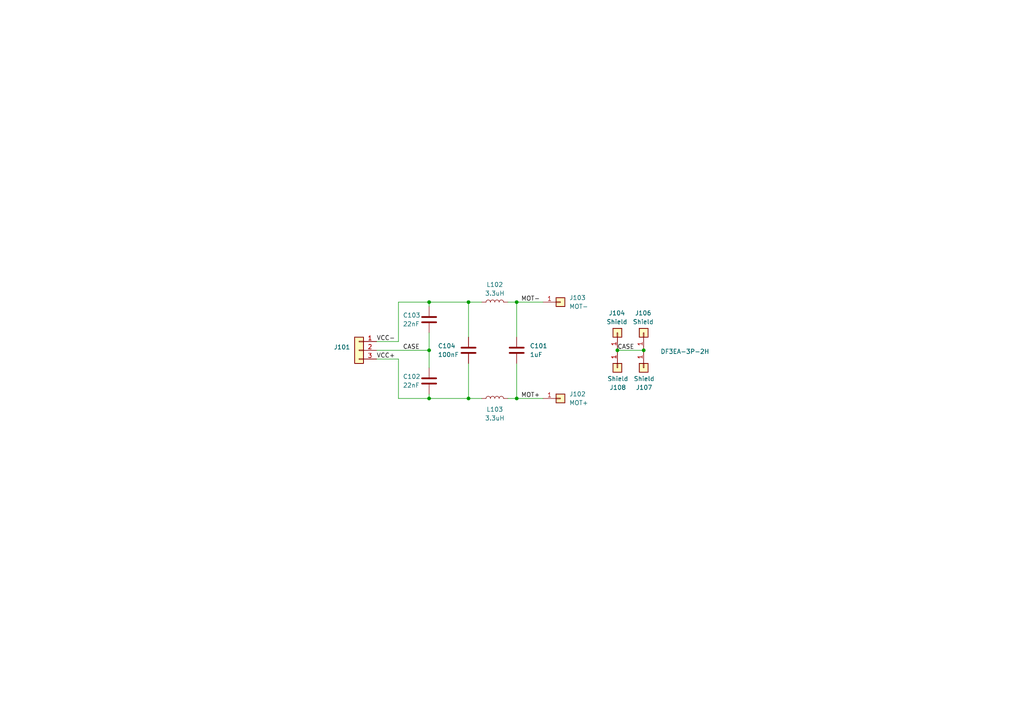
<source format=kicad_sch>
(kicad_sch (version 20250114) (generator "eeschema") (generator_version "9.0")
  (paper "A4")
  (title_block (title "shield-peristaltic") (date "2024-12-03") (rev "${REVISION}") (company "${COMPANY}"))
  (lib_symbols
    (symbol "Connector_Generic:Conn_01x01" (pin_names (offset 1.016) (hide yes))
      (property "Reference" "J" (at 0 2.54 0))
      (property "Value" "Conn_01x01" (at 0 -2.54 0))
      (symbol "Conn_01x01_1_1"
        (rectangle (start -1.27 1.27) (end 1.27 -1.27) (stroke (width 0.254)) (fill (type background)))
        (rectangle (start -1.27 0.127) (end 0 -0.127) (stroke (width 0.1524)))
        (pin passive line (at -5.08 0 0) (length 3.81) (name "Pin_1") (number "1"))
      )
    )
    (symbol "Connector_Generic:Conn_01x03" (pin_names (offset 1.016) (hide yes))
      (property "Reference" "J" (at 0 5.08 0))
      (property "Value" "Conn_01x03" (at 0 -5.08 0))
      (symbol "Conn_01x03_1_1"
        (rectangle (start -1.27 3.81) (end 1.27 -3.81) (stroke (width 0.254)) (fill (type background)))
        (rectangle (start -1.27 2.667) (end 0 2.413) (stroke (width 0.1524)))
        (rectangle (start -1.27 0.127) (end 0 -0.127) (stroke (width 0.1524)))
        (rectangle (start -1.27 -2.413) (end 0 -2.667) (stroke (width 0.1524)))
        (pin passive line (at -5.08 2.54 0) (length 3.81) (name "Pin_1") (number "1"))
        (pin passive line (at -5.08 0 0) (length 3.81) (name "Pin_2") (number "2"))
        (pin passive line (at -5.08 -2.54 0) (length 3.81) (name "Pin_3") (number "3"))
      )
    )
    (symbol "Device:C" (pin_numbers (hide yes)) (pin_names (offset 0.254))
      (property "Reference" "C" (at 0.635 2.54 0))
      (property "Value" "C" (at 0.635 -2.54 0))
      (symbol "C_0_1"
        (polyline (pts (xy -2.032 0.762) (xy 2.032 0.762)) (stroke (width 0.508)))
        (polyline (pts (xy -2.032 -0.762) (xy 2.032 -0.762)) (stroke (width 0.508)))
      )
      (symbol "C_1_1"
        (pin passive line (at 0 3.81 270) (length 2.794) (name "~") (number "1"))
        (pin passive line (at 0 -3.81 90) (length 2.794) (name "~") (number "2"))
      )
    )
    (symbol "Device:L" (pin_numbers (hide yes)) (pin_names (offset 1.016) (hide yes))
      (property "Reference" "L" (at -1.27 0 90))
      (property "Value" "L" (at 1.905 0 90))
      (symbol "L_0_1"
        (arc (start 0 2.54) (mid 0.6323 1.905) (end 0 1.27))
        (arc (start 0 1.27) (mid 0.6323 0.635) (end 0 0))
        (arc (start 0 0) (mid 0.6323 -0.635) (end 0 -1.27))
        (arc (start 0 -1.27) (mid 0.6323 -1.905) (end 0 -2.54))
      )
      (symbol "L_1_1"
        (pin passive line (at 0 3.81 270) (length 1.27) (name "1") (number "1"))
        (pin passive line (at 0 -3.81 90) (length 1.27) (name "2") (number "2"))
      )
    )
  )
  (junction (at 135.89 87.63))
  (junction (at 124.46 87.63))
  (junction (at 135.89 115.57))
  (junction (at 186.69 101.6))
  (junction (at 149.86 87.63))
  (junction (at 124.46 115.57))
  (junction (at 124.46 101.6))
  (junction (at 149.86 115.57))
  (junction (at 179.07 101.6))
  (wire (pts (xy 149.86 87.63) (xy 157.48 87.63)))
  (wire (pts (xy 135.89 105.41) (xy 135.89 115.57)))
  (wire (pts (xy 109.22 99.06) (xy 115.57 99.06)))
  (wire (pts (xy 124.46 101.6) (xy 124.46 106.68)))
  (wire (pts (xy 147.32 87.63) (xy 149.86 87.63)))
  (wire (pts (xy 149.86 105.41) (xy 149.86 115.57)))
  (wire (pts (xy 115.57 115.57) (xy 115.57 104.14)))
  (wire (pts (xy 124.46 115.57) (xy 135.89 115.57)))
  (wire (pts (xy 179.07 101.6) (xy 186.69 101.6)))
  (wire (pts (xy 124.46 88.9) (xy 124.46 87.63)))
  (wire (pts (xy 149.86 87.63) (xy 149.86 97.79)))
  (wire (pts (xy 124.46 96.52) (xy 124.46 101.6)))
  (wire (pts (xy 147.32 115.57) (xy 149.86 115.57)))
  (wire (pts (xy 124.46 115.57) (xy 115.57 115.57)))
  (wire (pts (xy 124.46 87.63) (xy 135.89 87.63)))
  (wire (pts (xy 124.46 87.63) (xy 115.57 87.63)))
  (wire (pts (xy 115.57 87.63) (xy 115.57 99.06)))
  (wire (pts (xy 124.46 115.57) (xy 124.46 114.3)))
  (wire (pts (xy 109.22 104.14) (xy 115.57 104.14)))
  (wire (pts (xy 135.89 87.63) (xy 135.89 97.79)))
  (wire (pts (xy 135.89 87.63) (xy 139.7 87.63)))
  (wire (pts (xy 149.86 115.57) (xy 157.48 115.57)))
  (wire (pts (xy 135.89 115.57) (xy 139.7 115.57)))
  (wire (pts (xy 109.22 101.6) (xy 124.46 101.6)))
  (label "CASE" (at 179.07 101.6 0))
  (label "MOT+" (at 151.13 115.57 0))
  (label "CASE" (at 116.84 101.6 0))
  (label "VCC+" (at 109.22 104.14 0))
  (label "VCC-" (at 109.22 99.06 0))
  (label "MOT-" (at 151.13 87.63 0))
  (symbol (lib_id "Connector_Generic:Conn_01x01") (at 186.69 106.68 270) (unit 1) (in_bom no)
    (property "Reference" "J107" (at 189.23 112.395 90) (effects (justify right)))
    (property "Value" "Shield" (at 189.865 109.855 90) (effects (justify right)))
    (property "Footprint" "Pads:Motor_pad_shield" (effects (hide yes)))
    (property "Description" "Generic connector, single row, 01x01, script generated (kicad-library-utils/schlib/autogen/connector/)" (effects (hide yes)))
  )
  (symbol (lib_id "Connector_Generic:Conn_01x01") (at 179.07 106.68 270) (unit 1) (in_bom no)
    (property "Reference" "J108" (at 181.61 112.395 90) (effects (justify right)))
    (property "Value" "Shield" (at 182.245 109.855 90) (effects (justify right)))
    (property "Footprint" "Pads:Motor_pad_shield" (effects (hide yes)))
    (property "Description" "Generic connector, single row, 01x01, script generated (kicad-library-utils/schlib/autogen/connector/)" (effects (hide yes)))
  )
  (symbol (lib_id "Device:L") (at 143.51 87.63 90) (unit 1)
    (property "Reference" "L102" (at 143.51 82.55 90))
    (property "Value" "3.3uH" (at 143.51 85.09 90))
    (property "Footprint" "Inductor_SMD:L_Pulse_PA4332" (effects (hide yes)))
    (property "Description" "Inductor" (effects (hide yes)))
    (property "LCSC" "C2929417" (effects (hide yes)))
  )
  (symbol (lib_id "Device:L") (at 143.51 115.57 90) (unit 1)
    (property "Reference" "L103" (at 143.51 118.745 90))
    (property "Value" "3.3uH" (at 143.51 121.285 90))
    (property "Footprint" "Inductor_SMD:L_Pulse_PA4332" (effects (hide yes)))
    (property "Description" "Inductor" (effects (hide yes)))
    (property "LCSC" "C2929417" (effects (hide yes)))
  )
  (symbol (lib_id "Connector_Generic:Conn_01x03") (at 104.14 101.6 0) (mirror y) (unit 1)
    (property "Reference" "J101" (at 101.6 100.6855 0) (effects (justify left)))
    (property "Value" "DF3EA-3P-2H" (at 205.74 101.9555 0) (effects (justify left)))
    (property "Footprint" "TCY_connectors:Hirose_DF3A-03P-2DS_1x03_P2.00mm_Horizontal" (effects (hide yes)))
    (property "LCSC" "C531021" (effects (hide yes)))
  )
  (symbol (lib_id "Device:C") (at 149.86 101.6 0) (unit 1)
    (property "Reference" "C101" (at 153.67 100.3299 0) (effects (justify left)))
    (property "Value" "1uF" (at 153.67 102.8699 0) (effects (justify left)))
    (property "Footprint" "Capacitor_SMD:C_1206_3216Metric" (effects (hide yes)))
    (property "Description" "Unpolarized capacitor" (effects (hide yes)))
    (property "LCSC" "C1848" (effects (hide yes)))
  )
  (symbol (lib_id "Connector_Generic:Conn_01x01") (at 186.69 96.52 90) (unit 1) (in_bom no)
    (property "Reference" "J106" (at 184.15 90.805 90) (effects (justify right)))
    (property "Value" "Shield" (at 183.515 93.345 90) (effects (justify right)))
    (property "Footprint" "Pads:Motor_pad_shield" (effects (hide yes)))
    (property "Description" "Generic connector, single row, 01x01, script generated (kicad-library-utils/schlib/autogen/connector/)" (effects (hide yes)))
  )
  (symbol (lib_id "Device:C") (at 135.89 101.6 0) (unit 1)
    (property "Reference" "C104" (at 127 100.33 0) (effects (justify left)))
    (property "Value" "100nF" (at 127 102.87 0) (effects (justify left)))
    (property "Footprint" "Capacitor_SMD:C_0805_2012Metric" (effects (hide yes)))
    (property "Description" "Unpolarized capacitor" (effects (hide yes)))
    (property "LCSC" "C28233" (effects (hide yes)))
  )
  (symbol (lib_id "Connector_Generic:Conn_01x01") (at 162.56 87.63 0) (unit 1) (in_bom no)
    (property "Reference" "J103" (at 165.1 86.3599 0) (effects (justify left)))
    (property "Value" "MOT-" (at 165.1 88.8999 0) (effects (justify left)))
    (property "Footprint" "Pads:Motor_pad_peri" (effects (hide yes)))
    (property "Description" "Generic connector, single row, 01x01, script generated (kicad-library-utils/schlib/autogen/connector/)" (effects (hide yes)))
  )
  (symbol (lib_id "Connector_Generic:Conn_01x01") (at 162.56 115.57 0) (unit 1) (in_bom no)
    (property "Reference" "J102" (at 165.1 114.2999 0) (effects (justify left)))
    (property "Value" "MOT+" (at 165.1 116.8399 0) (effects (justify left)))
    (property "Footprint" "Pads:Motor_pad_peri" (effects (hide yes)))
    (property "Description" "Generic connector, single row, 01x01, script generated (kicad-library-utils/schlib/autogen/connector/)" (effects (hide yes)))
  )
  (symbol (lib_id "Device:C") (at 124.46 110.49 0) (unit 1)
    (property "Reference" "C102" (at 116.84 109.22 0) (effects (justify left)))
    (property "Value" "22nF" (at 116.84 111.76 0) (effects (justify left)))
    (property "Footprint" "Capacitor_SMD:C_0805_2012Metric" (effects (hide yes)))
    (property "Description" "Unpolarized capacitor" (effects (hide yes)))
    (property "LCSC" "C1729" (effects (hide yes)))
  )
  (symbol (lib_id "Device:C") (at 124.46 92.71 0) (unit 1)
    (property "Reference" "C103" (at 116.84 91.44 0) (effects (justify left)))
    (property "Value" "22nF" (at 116.84 93.98 0) (effects (justify left)))
    (property "Footprint" "Capacitor_SMD:C_0805_2012Metric" (effects (hide yes)))
    (property "Description" "Unpolarized capacitor" (effects (hide yes)))
    (property "LCSC" "C1729" (effects (hide yes)))
  )
  (symbol (lib_id "Connector_Generic:Conn_01x01") (at 179.07 96.52 90) (unit 1) (in_bom no)
    (property "Reference" "J104" (at 176.53 90.805 90) (effects (justify right)))
    (property "Value" "Shield" (at 175.895 93.345 90) (effects (justify right)))
    (property "Footprint" "Pads:Motor_pad_shield" (effects (hide yes)))
    (property "Description" "Generic connector, single row, 01x01, script generated (kicad-library-utils/schlib/autogen/connector/)" (effects (hide yes)))
  )
)
</source>
